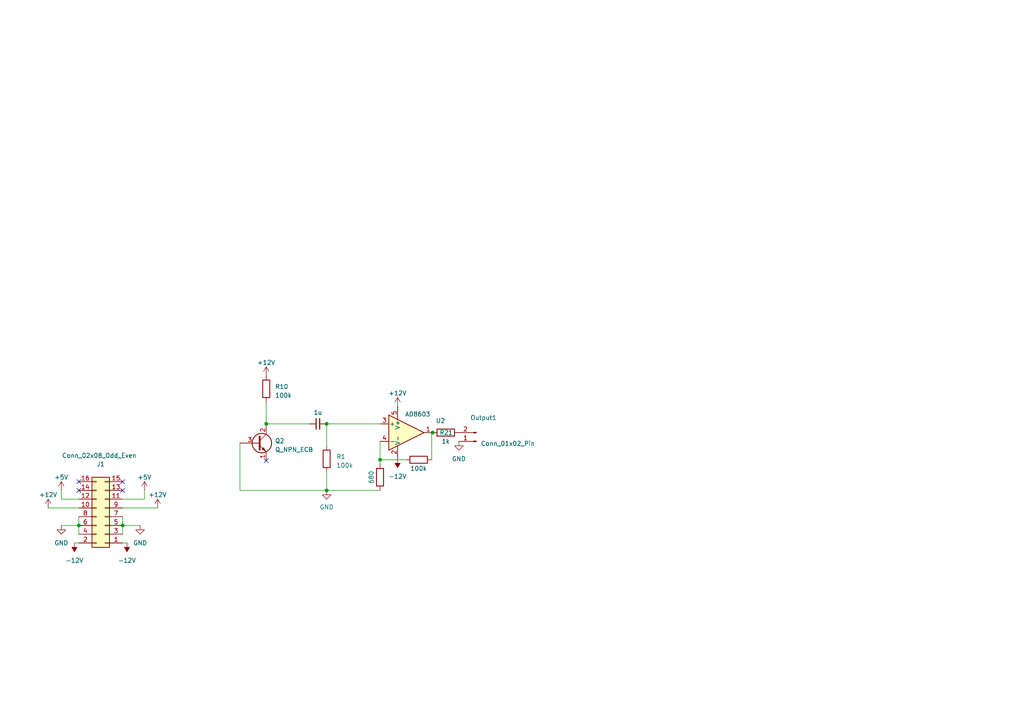
<source format=kicad_sch>
(kicad_sch (version 20230121) (generator eeschema)
  (paper "A4")
  (lib_symbols
    (symbol "Amplifier_Operational:AD8603" (pin_names (offset 0.127))
      (property "Reference" "U" (at 0 5.08 0))
      (property "Value" "AD8603" (at 0 -5.08 0))
      (symbol "AD8603_0_1"
        (polyline (pts (xy -5.08 5.08) (xy 5.08 0) (xy -5.08 -5.08) (xy -5.08 5.08)) (stroke (width 0.254)) (fill (type background)))
        (pin power_in line (at -2.54 -7.62 90) (length 3.81) (name "V-") (number "2"))
        (pin power_in line (at -2.54 7.62 270) (length 3.81) (name "V+") (number "5"))
      )
      (symbol "AD8603_1_1"
        (pin output line (at 7.62 0 180) (length 2.54) (name "~") (number "1"))
        (pin input line (at -7.62 2.54 0) (length 2.54) (name "+") (number "3"))
        (pin input line (at -7.62 -2.54 0) (length 2.54) (name "-") (number "4"))
      )
    )
    (symbol "Connector:Conn_01x02_Pin" (pin_names (offset 1.016) hide)
      (property "Reference" "J" (at 0 2.54 0))
      (property "Value" "Conn_01x02_Pin" (at 0 -5.08 0))
      (symbol "Conn_01x02_Pin_1_1"
        (polyline (pts (xy 1.27 -2.54) (xy 0.8636 -2.54)) (stroke (width 0.1524)))
        (polyline (pts (xy 1.27 0) (xy 0.8636 0)) (stroke (width 0.1524)))
        (rectangle (start 0.8636 -2.413) (end 0 -2.667) (stroke (width 0.1524)) (fill (type outline)))
        (rectangle (start 0.8636 0.127) (end 0 -0.127) (stroke (width 0.1524)) (fill (type outline)))
        (pin passive line (at 5.08 0 180) (length 3.81) (name "Pin_1") (number "1"))
        (pin passive line (at 5.08 -2.54 180) (length 3.81) (name "Pin_2") (number "2"))
      )
    )
    (symbol "Connector_Generic:Conn_02x08_Odd_Even" (pin_names (offset 1.016) hide)
      (property "Reference" "J" (at 1.27 10.16 0))
      (property "Value" "Conn_02x08_Odd_Even" (at 1.27 -12.7 0))
      (symbol "Conn_02x08_Odd_Even_1_1"
        (rectangle (start -1.27 -10.033) (end 0 -10.287) (stroke (width 0.1524)))
        (rectangle (start -1.27 -7.493) (end 0 -7.747) (stroke (width 0.1524)))
        (rectangle (start -1.27 -4.953) (end 0 -5.207) (stroke (width 0.1524)))
        (rectangle (start -1.27 -2.413) (end 0 -2.667) (stroke (width 0.1524)))
        (rectangle (start -1.27 0.127) (end 0 -0.127) (stroke (width 0.1524)))
        (rectangle (start -1.27 2.667) (end 0 2.413) (stroke (width 0.1524)))
        (rectangle (start -1.27 5.207) (end 0 4.953) (stroke (width 0.1524)))
        (rectangle (start -1.27 7.747) (end 0 7.493) (stroke (width 0.1524)))
        (rectangle (start -1.27 8.89) (end 3.81 -11.43) (stroke (width 0.254)) (fill (type background)))
        (rectangle (start 3.81 -10.033) (end 2.54 -10.287) (stroke (width 0.1524)))
        (rectangle (start 3.81 -7.493) (end 2.54 -7.747) (stroke (width 0.1524)))
        (rectangle (start 3.81 -4.953) (end 2.54 -5.207) (stroke (width 0.1524)))
        (rectangle (start 3.81 -2.413) (end 2.54 -2.667) (stroke (width 0.1524)))
        (rectangle (start 3.81 0.127) (end 2.54 -0.127) (stroke (width 0.1524)))
        (rectangle (start 3.81 2.667) (end 2.54 2.413) (stroke (width 0.1524)))
        (rectangle (start 3.81 5.207) (end 2.54 4.953) (stroke (width 0.1524)))
        (rectangle (start 3.81 7.747) (end 2.54 7.493) (stroke (width 0.1524)))
        (pin passive line (at -5.08 7.62 0) (length 3.81) (name "Pin_1") (number "1"))
        (pin passive line (at 7.62 -2.54 180) (length 3.81) (name "Pin_10") (number "10"))
        (pin passive line (at -5.08 -5.08 0) (length 3.81) (name "Pin_11") (number "11"))
        (pin passive line (at 7.62 -5.08 180) (length 3.81) (name "Pin_12") (number "12"))
        (pin passive line (at -5.08 -7.62 0) (length 3.81) (name "Pin_13") (number "13"))
        (pin passive line (at 7.62 -7.62 180) (length 3.81) (name "Pin_14") (number "14"))
        (pin passive line (at -5.08 -10.16 0) (length 3.81) (name "Pin_15") (number "15"))
        (pin passive line (at 7.62 -10.16 180) (length 3.81) (name "Pin_16") (number "16"))
        (pin passive line (at 7.62 7.62 180) (length 3.81) (name "Pin_2") (number "2"))
        (pin passive line (at -5.08 5.08 0) (length 3.81) (name "Pin_3") (number "3"))
        (pin passive line (at 7.62 5.08 180) (length 3.81) (name "Pin_4") (number "4"))
        (pin passive line (at -5.08 2.54 0) (length 3.81) (name "Pin_5") (number "5"))
        (pin passive line (at 7.62 2.54 180) (length 3.81) (name "Pin_6") (number "6"))
        (pin passive line (at -5.08 0 0) (length 3.81) (name "Pin_7") (number "7"))
        (pin passive line (at 7.62 0 180) (length 3.81) (name "Pin_8") (number "8"))
        (pin passive line (at -5.08 -2.54 0) (length 3.81) (name "Pin_9") (number "9"))
      )
    )
    (symbol "Device:C_Small" (pin_numbers hide) (pin_names (offset 0.254) hide)
      (property "Reference" "C" (at 0.254 1.778 0))
      (property "Value" "C_Small" (at 0.254 -2.032 0))
      (symbol "C_Small_0_1"
        (polyline (pts (xy -1.524 -0.508) (xy 1.524 -0.508)) (stroke (width 0.3302)))
        (polyline (pts (xy -1.524 0.508) (xy 1.524 0.508)) (stroke (width 0.3048)))
      )
      (symbol "C_Small_1_1"
        (pin passive line (at 0 2.54 270) (length 2.032) (name "~") (number "1"))
        (pin passive line (at 0 -2.54 90) (length 2.032) (name "~") (number "2"))
      )
    )
    (symbol "Device:Q_NPN_ECB" (pin_names (offset 0) hide)
      (property "Reference" "Q" (at 5.08 1.27 0))
      (property "Value" "Q_NPN_ECB" (at 5.08 -1.27 0))
      (symbol "Q_NPN_ECB_0_1"
        (polyline (pts (xy 0.635 0.635) (xy 2.54 2.54)))
        (polyline (pts (xy 0.635 -0.635) (xy 2.54 -2.54) (xy 2.54 -2.54)))
        (polyline (pts (xy 0.635 1.905) (xy 0.635 -1.905) (xy 0.635 -1.905)) (stroke (width 0.508)))
        (polyline (pts (xy 1.27 -1.778) (xy 1.778 -1.27) (xy 2.286 -2.286) (xy 1.27 -1.778) (xy 1.27 -1.778)) (fill (type outline)))
        (circle (center 1.27 0) (radius 2.8194) (stroke (width 0.254)))
      )
      (symbol "Q_NPN_ECB_1_1"
        (pin passive line (at 2.54 -5.08 90) (length 2.54) (name "E") (number "1"))
        (pin passive line (at 2.54 5.08 270) (length 2.54) (name "C") (number "2"))
        (pin passive line (at -5.08 0 0) (length 5.715) (name "B") (number "3"))
      )
    )
    (symbol "Device:R" (pin_numbers hide) (pin_names (offset 0))
      (property "Reference" "R" (at 2.032 0 90))
      (property "Value" "R" (at 0 0 90))
      (symbol "R_0_1"
        (rectangle (start -1.016 -2.54) (end 1.016 2.54) (stroke (width 0.254)))
      )
      (symbol "R_1_1"
        (pin passive line (at 0 3.81 270) (length 1.27) (name "~") (number "1"))
        (pin passive line (at 0 -3.81 90) (length 1.27) (name "~") (number "2"))
      )
    )
    (symbol "power:+12V" (power) (pin_names (offset 0))
      (property "Value" "+12V" (at 0 3.556 0))
      (symbol "+12V_0_1"
        (polyline (pts (xy -0.762 1.27) (xy 0 2.54)))
        (polyline (pts (xy 0 0) (xy 0 2.54)))
        (polyline (pts (xy 0 2.54) (xy 0.762 1.27)))
      )
      (symbol "+12V_1_1"
        (pin power_in line (at 0 0 90) (length 0) hide (name "+12V") (number "1"))
      )
    )
    (symbol "power:+5V" (power) (pin_names (offset 0))
      (property "Value" "+5V" (at 0 3.556 0))
      (symbol "+5V_0_1"
        (polyline (pts (xy -0.762 1.27) (xy 0 2.54)))
        (polyline (pts (xy 0 0) (xy 0 2.54)))
        (polyline (pts (xy 0 2.54) (xy 0.762 1.27)))
      )
      (symbol "+5V_1_1"
        (pin power_in line (at 0 0 90) (length 0) hide (name "+5V") (number "1"))
      )
    )
    (symbol "power:-12V" (power) (pin_names (offset 0))
      (property "Value" "-12V" (at 0 3.81 0))
      (symbol "-12V_0_0"
        (pin power_in line (at 0 0 90) (length 0) hide (name "-12V") (number "1"))
      )
      (symbol "-12V_0_1"
        (polyline (pts (xy 0 0) (xy 0 1.27) (xy 0.762 1.27) (xy 0 2.54) (xy -0.762 1.27) (xy 0 1.27)) (fill (type outline)))
      )
    )
    (symbol "power:GND" (power) (pin_names (offset 0))
      (property "Value" "GND" (at 0 -3.81 0))
      (symbol "GND_0_1"
        (polyline (pts (xy 0 0) (xy 0 -1.27) (xy 1.27 -1.27) (xy 0 -2.54) (xy -1.27 -1.27) (xy 0 -1.27)))
      )
      (symbol "GND_1_1"
        (pin power_in line (at 0 0 270) (length 0) hide (name "GND") (number "1"))
      )
    )
  )
  (junction (at 94.742 122.936))
  (junction (at 35.56 152.4))
  (junction (at 125.476 125.476))
  (junction (at 22.86 152.4))
  (junction (at 110.236 133.35))
  (junction (at 94.742 142.24))
  (junction (at 77.216 122.936))
  (no_connect (at 77.216 133.604))
  (no_connect (at 22.86 139.7))
  (no_connect (at 35.56 139.7))
  (no_connect (at 35.56 142.24))
  (no_connect (at 22.86 142.24))
  (wire (pts (xy 94.742 122.936) (xy 110.236 122.936)))
  (wire (pts (xy 22.86 152.4) (xy 22.86 154.94)))
  (wire (pts (xy 17.78 144.78) (xy 22.86 144.78)))
  (wire (pts (xy 77.216 122.936) (xy 77.216 123.444)))
  (wire (pts (xy 21.59 157.48) (xy 22.86 157.48)))
  (wire (pts (xy 13.97 147.32) (xy 22.86 147.32)))
  (wire (pts (xy 35.56 147.32) (xy 45.72 147.32)))
  (wire (pts (xy 110.236 128.016) (xy 110.236 133.35)))
  (wire (pts (xy 22.86 149.86) (xy 22.86 152.4)))
  (wire (pts (xy 110.236 133.35) (xy 117.602 133.35)))
  (wire (pts (xy 94.742 122.936) (xy 94.742 129.286)))
  (wire (pts (xy 17.78 152.4) (xy 22.86 152.4)))
  (wire (pts (xy 35.56 152.4) (xy 40.64 152.4)))
  (wire (pts (xy 110.236 142.24) (xy 94.742 142.24)))
  (wire (pts (xy 77.216 116.586) (xy 77.216 122.936)))
  (wire (pts (xy 41.91 144.78) (xy 41.91 142.24)))
  (wire (pts (xy 35.56 149.86) (xy 35.56 152.4)))
  (wire (pts (xy 69.596 142.24) (xy 94.742 142.24)))
  (wire (pts (xy 35.56 152.4) (xy 35.56 154.94)))
  (wire (pts (xy 35.56 144.78) (xy 41.91 144.78)))
  (wire (pts (xy 89.662 122.936) (xy 77.216 122.936)))
  (wire (pts (xy 35.56 157.48) (xy 36.83 157.48)))
  (wire (pts (xy 17.78 142.24) (xy 17.78 144.78)))
  (wire (pts (xy 110.236 133.35) (xy 110.236 134.62)))
  (wire (pts (xy 69.596 128.524) (xy 69.596 142.24)))
  (wire (pts (xy 125.222 125.476) (xy 125.476 125.476)))
  (wire (pts (xy 94.742 136.906) (xy 94.742 142.24)))
  (wire (pts (xy 125.222 125.476) (xy 125.222 133.35)))
  (symbol (lib_id "Connector_Generic:Conn_02x08_Odd_Even") (at 30.48 149.86 180) (unit 1)
    (property "Reference" "J1" (at 29.21 134.62 0))
    (property "Value" "Conn_02x08_Odd_Even" (at 28.8036 132.1308 0))
    (property "Footprint" "Connector_IDC:IDC-Header_2x08_P2.54mm_Vertical_SMD" (effects hide))
  )
  (symbol (lib_id "Device:R") (at 121.412 133.35 270) (unit 1)
    (property "Reference" "R2" (effects hide))
    (property "Value" "100k" (at 121.412 135.89 90))
    (property "Footprint" "Resistor_SMD:R_1206_3216Metric_Pad1.30x1.75mm_HandSolder" (effects hide))
  )
  (symbol (lib_id "power:GND") (at 40.64 152.4 0) (unit 1)
    (property "Reference" "#PWR04" (effects hide))
    (property "Value" "GND" (at 40.64 157.48 0))
  )
  (symbol (lib_id "power:-12V") (at 21.59 157.48 180) (unit 1)
    (property "Reference" "#PWR01" (effects hide))
    (property "Value" "-12V" (at 21.59 162.56 0))
  )
  (symbol (lib_id "power:+12V") (at 13.97 147.32 0) (unit 1)
    (property "Reference" "#PWR06" (effects hide))
    (property "Value" "+12V" (at 13.97 143.51 0))
  )
  (symbol (lib_id "power:+12V") (at 45.72 147.32 0) (unit 1)
    (property "Reference" "#PWR07" (effects hide))
    (property "Value" "+12V" (at 45.72 143.51 0))
  )
  (symbol (lib_id "power:GND") (at 133.096 128.016 0) (unit 1)
    (property "Reference" "#PWR017" (effects hide))
    (property "Value" "GND" (at 133.096 133.096 0))
  )
  (symbol (lib_id "Device:R") (at 77.216 112.776 0) (unit 1)
    (property "Reference" "R10" (at 79.756 112.141 0) (effects (justify left)))
    (property "Value" "100k" (at 79.756 114.681 0) (effects (justify left)))
    (property "Footprint" "Resistor_SMD:R_1206_3216Metric_Pad1.30x1.75mm_HandSolder" (effects hide))
  )
  (symbol (lib_id "power:+5V") (at 17.78 142.24 0) (unit 1)
    (property "Reference" "#PWR09" (effects hide))
    (property "Value" "+5V" (at 17.78 138.43 0))
  )
  (symbol (lib_id "Amplifier_Operational:AD8603") (at 117.856 125.476 0) (unit 1)
    (property "Reference" "U2" (at 127.762 122.0471 0))
    (property "Value" "AD8603" (at 121.158 120.142 0))
    (property "Footprint" "Package_TO_SOT_SMD:TSOT-23-5" (effects hide))
    (property "Datasheet" "https://www.analog.com/media/en/technical-documentation/data-sheets/AD8603_8607_8609.pdf" (effects hide))
  )
  (symbol (lib_id "Connector:Conn_01x02_Pin") (at 138.176 128.016 180) (unit 1)
    (property "Reference" "Output1" (at 136.398 121.158 0) (effects (justify right)))
    (property "Value" "Conn_01x02_Pin" (at 139.446 128.651 0) (effects (justify right)))
    (property "Footprint" "Connector_JST:JST_EH_S2B-EH_1x02_P2.50mm_Horizontal" (effects hide))
  )
  (symbol (lib_id "power:+5V") (at 41.91 142.24 0) (unit 1)
    (property "Reference" "#PWR08" (effects hide))
    (property "Value" "+5V" (at 41.91 138.43 0))
  )
  (symbol (lib_id "Device:C_Small") (at 92.202 122.936 90) (unit 1)
    (property "Reference" "C1" (effects hide))
    (property "Value" "1u" (at 92.2083 119.634 90))
    (property "Footprint" "Capacitor_SMD:C_1206_3216Metric_Pad1.33x1.80mm_HandSolder" (effects hide))
  )
  (symbol (lib_id "power:-12V") (at 36.83 157.48 180) (unit 1)
    (property "Reference" "#PWR03" (effects hide))
    (property "Value" "-12V" (at 36.83 162.56 0))
  )
  (symbol (lib_id "power:+12V") (at 77.216 108.966 0) (unit 1)
    (property "Reference" "#PWR010" (effects hide))
    (property "Value" "+12V" (at 77.216 105.156 0))
  )
  (symbol (lib_id "Device:R") (at 129.286 125.476 270) (unit 1)
    (property "Reference" "R21" (at 129.413 125.476 90))
    (property "Value" "1k" (at 129.286 128.016 90))
    (property "Footprint" "Resistor_SMD:R_1206_3216Metric_Pad1.30x1.75mm_HandSolder" (effects hide))
  )
  (symbol (lib_id "Device:R") (at 94.742 133.096 0) (unit 1)
    (property "Reference" "R1" (at 97.536 132.461 0) (effects (justify left)))
    (property "Value" "100k" (at 97.536 135.001 0) (effects (justify left)))
    (property "Footprint" "Resistor_SMD:R_1206_3216Metric_Pad1.30x1.75mm_HandSolder" (effects hide))
  )
  (symbol (lib_id "Device:Q_NPN_ECB") (at 74.676 128.524 0) (unit 1)
    (property "Reference" "Q2" (at 79.756 127.889 0) (effects (justify left)))
    (property "Value" "Q_NPN_ECB" (at 79.756 130.429 0) (effects (justify left)))
    (property "Footprint" "Package_TO_SOT_SMD:SOT-23-3" (effects hide))
  )
  (symbol (lib_id "Device:R") (at 110.236 138.43 180) (unit 1)
    (property "Reference" "R20" (effects hide))
    (property "Value" "680" (at 107.696 138.43 90))
    (property "Footprint" "Resistor_SMD:R_1206_3216Metric_Pad1.30x1.75mm_HandSolder" (effects hide))
  )
  (symbol (lib_id "power:GND") (at 17.78 152.4 0) (unit 1)
    (property "Reference" "#PWR05" (effects hide))
    (property "Value" "GND" (at 17.78 157.48 0))
  )
  (symbol (lib_id "power:GND") (at 94.742 142.24 0) (unit 1)
    (property "Reference" "#PWR012" (effects hide))
    (property "Value" "GND" (at 94.742 147.066 0))
  )
  (symbol (lib_id "power:-12V") (at 115.316 133.096 180) (unit 1)
    (property "Reference" "#PWR011" (effects hide))
    (property "Value" "-12V" (at 115.316 138.176 0))
  )
  (symbol (lib_id "power:+12V") (at 115.316 117.856 0) (unit 1)
    (property "Reference" "#PWR02" (effects hide))
    (property "Value" "+12V" (at 115.316 114.046 0))
  )
)
</source>
